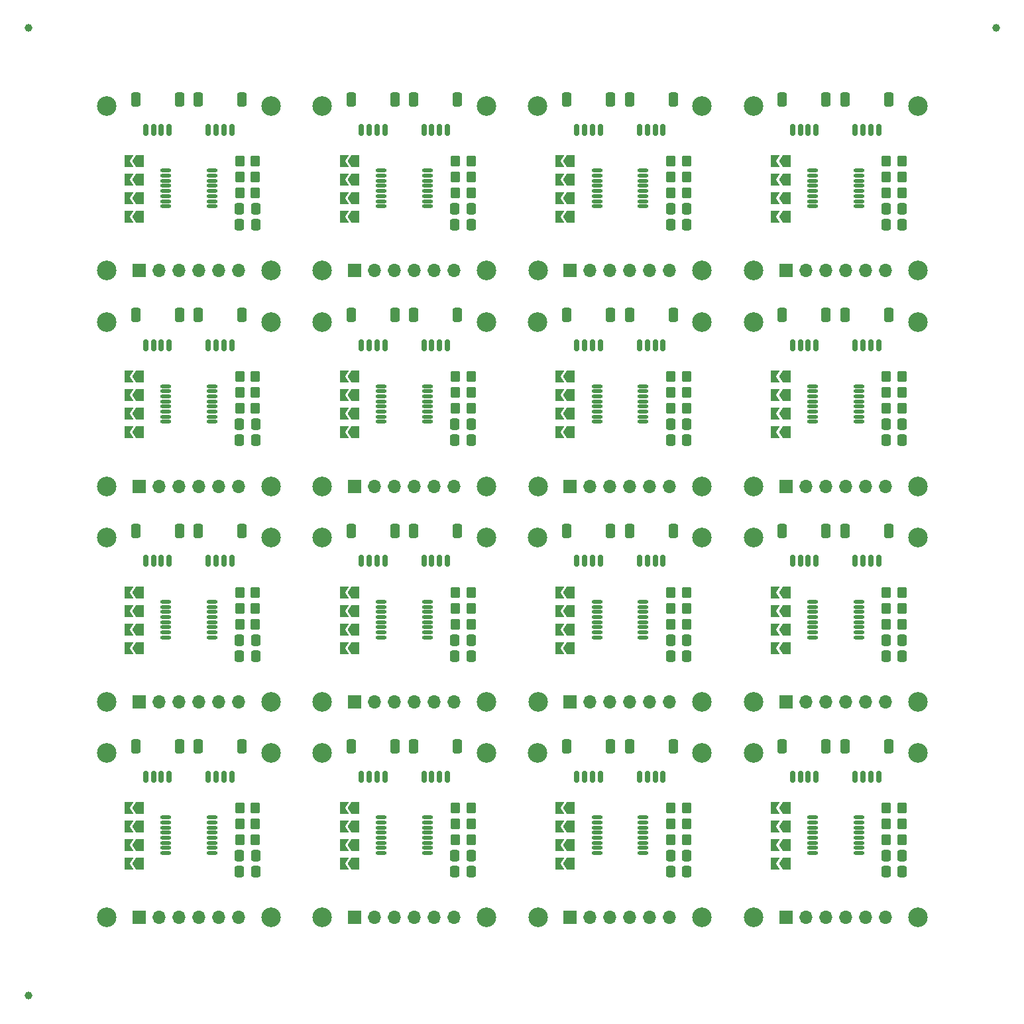
<source format=gbr>
%TF.GenerationSoftware,KiCad,Pcbnew,(6.0.7)*%
%TF.CreationDate,2022-10-24T21:44:15-05:00*%
%TF.ProjectId,Panelized,50616e65-6c69-47a6-9564-2e6b69636164,4*%
%TF.SameCoordinates,Original*%
%TF.FileFunction,Soldermask,Top*%
%TF.FilePolarity,Negative*%
%FSLAX46Y46*%
G04 Gerber Fmt 4.6, Leading zero omitted, Abs format (unit mm)*
G04 Created by KiCad (PCBNEW (6.0.7)) date 2022-10-24 21:44:15*
%MOMM*%
%LPD*%
G01*
G04 APERTURE LIST*
G04 Aperture macros list*
%AMRoundRect*
0 Rectangle with rounded corners*
0 $1 Rounding radius*
0 $2 $3 $4 $5 $6 $7 $8 $9 X,Y pos of 4 corners*
0 Add a 4 corners polygon primitive as box body*
4,1,4,$2,$3,$4,$5,$6,$7,$8,$9,$2,$3,0*
0 Add four circle primitives for the rounded corners*
1,1,$1+$1,$2,$3*
1,1,$1+$1,$4,$5*
1,1,$1+$1,$6,$7*
1,1,$1+$1,$8,$9*
0 Add four rect primitives between the rounded corners*
20,1,$1+$1,$2,$3,$4,$5,0*
20,1,$1+$1,$4,$5,$6,$7,0*
20,1,$1+$1,$6,$7,$8,$9,0*
20,1,$1+$1,$8,$9,$2,$3,0*%
%AMFreePoly0*
4,1,6,1.000000,0.000000,0.500000,-0.750000,-0.500000,-0.750000,-0.500000,0.750000,0.500000,0.750000,1.000000,0.000000,1.000000,0.000000,$1*%
%AMFreePoly1*
4,1,6,0.500000,-0.750000,-0.650000,-0.750000,-0.150000,0.000000,-0.650000,0.750000,0.500000,0.750000,0.500000,-0.750000,0.500000,-0.750000,$1*%
G04 Aperture macros list end*
%ADD10FreePoly0,180.000000*%
%ADD11FreePoly1,180.000000*%
%ADD12O,1.400000X0.449999*%
%ADD13RoundRect,0.250000X0.350000X0.450000X-0.350000X0.450000X-0.350000X-0.450000X0.350000X-0.450000X0*%
%ADD14C,2.500000*%
%ADD15RoundRect,0.250000X0.337500X0.475000X-0.337500X0.475000X-0.337500X-0.475000X0.337500X-0.475000X0*%
%ADD16RoundRect,0.150000X0.150000X0.625000X-0.150000X0.625000X-0.150000X-0.625000X0.150000X-0.625000X0*%
%ADD17RoundRect,0.250000X0.350000X0.650000X-0.350000X0.650000X-0.350000X-0.650000X0.350000X-0.650000X0*%
%ADD18R,1.700000X1.700000*%
%ADD19O,1.700000X1.700000*%
%ADD20RoundRect,0.250000X-0.337500X-0.475000X0.337500X-0.475000X0.337500X0.475000X-0.337500X0.475000X0*%
%ADD21C,1.000000*%
G04 APERTURE END LIST*
D10*
%TO.C,JP1*%
X29225000Y-32000000D03*
D11*
X27775000Y-32000000D03*
%TD*%
D12*
%TO.C,U1*%
X60090001Y-33225001D03*
X60090001Y-33875002D03*
X60090001Y-34525001D03*
X60090001Y-35175002D03*
X60090001Y-35825001D03*
X60090001Y-36475002D03*
X60090001Y-37125001D03*
X60090001Y-37775002D03*
X65990002Y-37775002D03*
X65990002Y-37125001D03*
X65990002Y-36475002D03*
X65990002Y-35825001D03*
X65990002Y-35175002D03*
X65990002Y-34525001D03*
X65990002Y-33875002D03*
X65990002Y-33225001D03*
%TD*%
D13*
%TO.C,R3*%
X126620000Y-59540000D03*
X124620000Y-59540000D03*
%TD*%
D10*
%TO.C,JP4*%
X84305000Y-94202855D03*
D11*
X82855000Y-94202855D03*
%TD*%
D14*
%TO.C,H1*%
X107620000Y-107620000D03*
%TD*%
D12*
%TO.C,U1*%
X60090001Y-60765001D03*
X60090001Y-61415002D03*
X60090001Y-62065001D03*
X60090001Y-62715002D03*
X60090001Y-63365001D03*
X60090001Y-64015002D03*
X60090001Y-64665001D03*
X60090001Y-65315002D03*
X65990002Y-65315002D03*
X65990002Y-64665001D03*
X65990002Y-64015002D03*
X65990002Y-63365001D03*
X65990002Y-62715002D03*
X65990002Y-62065001D03*
X65990002Y-61415002D03*
X65990002Y-60765001D03*
%TD*%
%TO.C,U1*%
X87630001Y-115845001D03*
X87630001Y-116495002D03*
X87630001Y-117145001D03*
X87630001Y-117795002D03*
X87630001Y-118445001D03*
X87630001Y-119095002D03*
X87630001Y-119745001D03*
X87630001Y-120395002D03*
X93530002Y-120395002D03*
X93530002Y-119745001D03*
X93530002Y-119095002D03*
X93530002Y-118445001D03*
X93530002Y-117795002D03*
X93530002Y-117145001D03*
X93530002Y-116495002D03*
X93530002Y-115845001D03*
%TD*%
D15*
%TO.C,C1*%
X126657500Y-38096000D03*
X124582500Y-38096000D03*
%TD*%
%TO.C,C1*%
X99117500Y-93176000D03*
X97042500Y-93176000D03*
%TD*%
D10*
%TO.C,JP1*%
X56765000Y-114620000D03*
D11*
X55315000Y-114620000D03*
%TD*%
D12*
%TO.C,U1*%
X87630001Y-88305001D03*
X87630001Y-88955002D03*
X87630001Y-89605001D03*
X87630001Y-90255002D03*
X87630001Y-90905001D03*
X87630001Y-91555002D03*
X87630001Y-92205001D03*
X87630001Y-92855002D03*
X93530002Y-92855002D03*
X93530002Y-92205001D03*
X93530002Y-91555002D03*
X93530002Y-90905001D03*
X93530002Y-90255002D03*
X93530002Y-89605001D03*
X93530002Y-88955002D03*
X93530002Y-88305001D03*
%TD*%
D14*
%TO.C,H4*%
X73540000Y-128620000D03*
%TD*%
D16*
%TO.C,J3*%
X96080000Y-55540000D03*
X95080000Y-55540000D03*
X94080000Y-55540000D03*
X93080000Y-55540000D03*
D17*
X91780000Y-51665000D03*
X97380000Y-51665000D03*
%TD*%
D13*
%TO.C,R2*%
X71540000Y-91144000D03*
X69540000Y-91144000D03*
%TD*%
D10*
%TO.C,JP1*%
X29225000Y-114620000D03*
D11*
X27775000Y-114620000D03*
%TD*%
D15*
%TO.C,C1*%
X71577500Y-38096000D03*
X69502500Y-38096000D03*
%TD*%
D13*
%TO.C,R3*%
X99080000Y-32000000D03*
X97080000Y-32000000D03*
%TD*%
D18*
%TO.C,J2*%
X111770000Y-128620000D03*
D19*
X114310000Y-128620000D03*
X116850000Y-128620000D03*
X119390000Y-128620000D03*
X121930000Y-128620000D03*
X124470000Y-128620000D03*
%TD*%
D14*
%TO.C,H4*%
X101080000Y-73540000D03*
%TD*%
D16*
%TO.C,J3*%
X68540000Y-83080000D03*
X67540000Y-83080000D03*
X66540000Y-83080000D03*
X65540000Y-83080000D03*
D17*
X69840000Y-79205000D03*
X64240000Y-79205000D03*
%TD*%
D14*
%TO.C,H1*%
X80080000Y-107620000D03*
%TD*%
%TO.C,H4*%
X73540000Y-101080000D03*
%TD*%
D12*
%TO.C,U1*%
X115170001Y-115845001D03*
X115170001Y-116495002D03*
X115170001Y-117145001D03*
X115170001Y-117795002D03*
X115170001Y-118445001D03*
X115170001Y-119095002D03*
X115170001Y-119745001D03*
X115170001Y-120395002D03*
X121070002Y-120395002D03*
X121070002Y-119745001D03*
X121070002Y-119095002D03*
X121070002Y-118445001D03*
X121070002Y-117795002D03*
X121070002Y-117145001D03*
X121070002Y-116495002D03*
X121070002Y-115845001D03*
%TD*%
D13*
%TO.C,R1*%
X99080000Y-116652000D03*
X97080000Y-116652000D03*
%TD*%
D14*
%TO.C,H1*%
X80080000Y-80080000D03*
%TD*%
D18*
%TO.C,J2*%
X29150000Y-46000000D03*
D19*
X31690000Y-46000000D03*
X34230000Y-46000000D03*
X36770000Y-46000000D03*
X39310000Y-46000000D03*
X41850000Y-46000000D03*
%TD*%
D15*
%TO.C,C1*%
X126657500Y-93176000D03*
X124582500Y-93176000D03*
%TD*%
D10*
%TO.C,JP4*%
X29225000Y-94202855D03*
D11*
X27775000Y-94202855D03*
%TD*%
D18*
%TO.C,J2*%
X29150000Y-101080000D03*
D19*
X31690000Y-101080000D03*
X34230000Y-101080000D03*
X36770000Y-101080000D03*
X39310000Y-101080000D03*
X41850000Y-101080000D03*
%TD*%
D18*
%TO.C,J2*%
X111770000Y-101080000D03*
D19*
X114310000Y-101080000D03*
X116850000Y-101080000D03*
X119390000Y-101080000D03*
X121930000Y-101080000D03*
X124470000Y-101080000D03*
%TD*%
D16*
%TO.C,J3*%
X96080000Y-83080000D03*
X95080000Y-83080000D03*
X94080000Y-83080000D03*
X93080000Y-83080000D03*
D17*
X97380000Y-79205000D03*
X91780000Y-79205000D03*
%TD*%
D14*
%TO.C,H3*%
X25020000Y-46000000D03*
%TD*%
D13*
%TO.C,R2*%
X126620000Y-118684000D03*
X124620000Y-118684000D03*
%TD*%
D10*
%TO.C,JP3*%
X56765000Y-36748570D03*
D11*
X55315000Y-36748570D03*
%TD*%
D10*
%TO.C,JP4*%
X84305000Y-121742855D03*
D11*
X82855000Y-121742855D03*
%TD*%
D14*
%TO.C,H1*%
X80080000Y-25000000D03*
%TD*%
%TO.C,H2*%
X73540000Y-25000000D03*
%TD*%
D13*
%TO.C,R1*%
X71540000Y-89112000D03*
X69540000Y-89112000D03*
%TD*%
D14*
%TO.C,H4*%
X46000000Y-46000000D03*
%TD*%
D10*
%TO.C,JP3*%
X84305000Y-64288570D03*
D11*
X82855000Y-64288570D03*
%TD*%
D20*
%TO.C,C2*%
X41962500Y-95208000D03*
X44037500Y-95208000D03*
%TD*%
D12*
%TO.C,U1*%
X87630001Y-33225001D03*
X87630001Y-33875002D03*
X87630001Y-34525001D03*
X87630001Y-35175002D03*
X87630001Y-35825001D03*
X87630001Y-36475002D03*
X87630001Y-37125001D03*
X87630001Y-37775002D03*
X93530002Y-37775002D03*
X93530002Y-37125001D03*
X93530002Y-36475002D03*
X93530002Y-35825001D03*
X93530002Y-35175002D03*
X93530002Y-34525001D03*
X93530002Y-33875002D03*
X93530002Y-33225001D03*
%TD*%
D14*
%TO.C,H4*%
X128620000Y-101080000D03*
%TD*%
D12*
%TO.C,U1*%
X32550001Y-33225001D03*
X32550001Y-33875002D03*
X32550001Y-34525001D03*
X32550001Y-35175002D03*
X32550001Y-35825001D03*
X32550001Y-36475002D03*
X32550001Y-37125001D03*
X32550001Y-37775002D03*
X38450002Y-37775002D03*
X38450002Y-37125001D03*
X38450002Y-36475002D03*
X38450002Y-35825001D03*
X38450002Y-35175002D03*
X38450002Y-34525001D03*
X38450002Y-33875002D03*
X38450002Y-33225001D03*
%TD*%
D10*
%TO.C,JP2*%
X56765000Y-116994285D03*
D11*
X55315000Y-116994285D03*
%TD*%
D15*
%TO.C,C1*%
X71577500Y-65636000D03*
X69502500Y-65636000D03*
%TD*%
D13*
%TO.C,R3*%
X44000000Y-32000000D03*
X42000000Y-32000000D03*
%TD*%
D10*
%TO.C,JP1*%
X29225000Y-59540000D03*
D11*
X27775000Y-59540000D03*
%TD*%
D13*
%TO.C,R2*%
X44000000Y-36064000D03*
X42000000Y-36064000D03*
%TD*%
D10*
%TO.C,JP4*%
X84305000Y-66662855D03*
D11*
X82855000Y-66662855D03*
%TD*%
D16*
%TO.C,J3*%
X68540000Y-55540000D03*
X67540000Y-55540000D03*
X66540000Y-55540000D03*
X65540000Y-55540000D03*
D17*
X64240000Y-51665000D03*
X69840000Y-51665000D03*
%TD*%
D12*
%TO.C,U1*%
X60090001Y-115845001D03*
X60090001Y-116495002D03*
X60090001Y-117145001D03*
X60090001Y-117795002D03*
X60090001Y-118445001D03*
X60090001Y-119095002D03*
X60090001Y-119745001D03*
X60090001Y-120395002D03*
X65990002Y-120395002D03*
X65990002Y-119745001D03*
X65990002Y-119095002D03*
X65990002Y-118445001D03*
X65990002Y-117795002D03*
X65990002Y-117145001D03*
X65990002Y-116495002D03*
X65990002Y-115845001D03*
%TD*%
D10*
%TO.C,JP4*%
X111845000Y-121742855D03*
D11*
X110395000Y-121742855D03*
%TD*%
D21*
%TO.C,REF\u002A\u002A*%
X15000000Y-138620000D03*
%TD*%
D10*
%TO.C,JP3*%
X56765000Y-64288570D03*
D11*
X55315000Y-64288570D03*
%TD*%
D14*
%TO.C,H1*%
X52540000Y-80080000D03*
%TD*%
D10*
%TO.C,JP2*%
X111845000Y-116994285D03*
D11*
X110395000Y-116994285D03*
%TD*%
D10*
%TO.C,JP4*%
X29225000Y-66662855D03*
D11*
X27775000Y-66662855D03*
%TD*%
D14*
%TO.C,H2*%
X101080000Y-52540000D03*
%TD*%
D10*
%TO.C,JP1*%
X111845000Y-114620000D03*
D11*
X110395000Y-114620000D03*
%TD*%
D16*
%TO.C,J1*%
X60540000Y-83080000D03*
X59540000Y-83080000D03*
X58540000Y-83080000D03*
X57540000Y-83080000D03*
D17*
X61840000Y-79205000D03*
X56240000Y-79205000D03*
%TD*%
D13*
%TO.C,R1*%
X99080000Y-89112000D03*
X97080000Y-89112000D03*
%TD*%
D18*
%TO.C,J2*%
X56690000Y-73540000D03*
D19*
X59230000Y-73540000D03*
X61770000Y-73540000D03*
X64310000Y-73540000D03*
X66850000Y-73540000D03*
X69390000Y-73540000D03*
%TD*%
D13*
%TO.C,R3*%
X44000000Y-114620000D03*
X42000000Y-114620000D03*
%TD*%
%TO.C,R1*%
X126620000Y-61572000D03*
X124620000Y-61572000D03*
%TD*%
D12*
%TO.C,U1*%
X87630001Y-60765001D03*
X87630001Y-61415002D03*
X87630001Y-62065001D03*
X87630001Y-62715002D03*
X87630001Y-63365001D03*
X87630001Y-64015002D03*
X87630001Y-64665001D03*
X87630001Y-65315002D03*
X93530002Y-65315002D03*
X93530002Y-64665001D03*
X93530002Y-64015002D03*
X93530002Y-63365001D03*
X93530002Y-62715002D03*
X93530002Y-62065001D03*
X93530002Y-61415002D03*
X93530002Y-60765001D03*
%TD*%
D16*
%TO.C,J1*%
X115620000Y-110620000D03*
X114620000Y-110620000D03*
X113620000Y-110620000D03*
X112620000Y-110620000D03*
D17*
X111320000Y-106745000D03*
X116920000Y-106745000D03*
%TD*%
D13*
%TO.C,R1*%
X126620000Y-34032000D03*
X124620000Y-34032000D03*
%TD*%
D14*
%TO.C,H3*%
X107640000Y-128620000D03*
%TD*%
D12*
%TO.C,U1*%
X115170001Y-60765001D03*
X115170001Y-61415002D03*
X115170001Y-62065001D03*
X115170001Y-62715002D03*
X115170001Y-63365001D03*
X115170001Y-64015002D03*
X115170001Y-64665001D03*
X115170001Y-65315002D03*
X121070002Y-65315002D03*
X121070002Y-64665001D03*
X121070002Y-64015002D03*
X121070002Y-63365001D03*
X121070002Y-62715002D03*
X121070002Y-62065001D03*
X121070002Y-61415002D03*
X121070002Y-60765001D03*
%TD*%
D14*
%TO.C,H3*%
X52560000Y-101080000D03*
%TD*%
%TO.C,H2*%
X128620000Y-107620000D03*
%TD*%
D18*
%TO.C,J2*%
X56690000Y-128620000D03*
D19*
X59230000Y-128620000D03*
X61770000Y-128620000D03*
X64310000Y-128620000D03*
X66850000Y-128620000D03*
X69390000Y-128620000D03*
%TD*%
D13*
%TO.C,R2*%
X99080000Y-36064000D03*
X97080000Y-36064000D03*
%TD*%
%TO.C,R2*%
X99080000Y-91144000D03*
X97080000Y-91144000D03*
%TD*%
D10*
%TO.C,JP4*%
X29225000Y-39122855D03*
D11*
X27775000Y-39122855D03*
%TD*%
D15*
%TO.C,C1*%
X126657500Y-65636000D03*
X124582500Y-65636000D03*
%TD*%
D10*
%TO.C,JP2*%
X29225000Y-89454285D03*
D11*
X27775000Y-89454285D03*
%TD*%
D18*
%TO.C,J2*%
X84230000Y-101080000D03*
D19*
X86770000Y-101080000D03*
X89310000Y-101080000D03*
X91850000Y-101080000D03*
X94390000Y-101080000D03*
X96930000Y-101080000D03*
%TD*%
D10*
%TO.C,JP4*%
X56765000Y-94202855D03*
D11*
X55315000Y-94202855D03*
%TD*%
D14*
%TO.C,H3*%
X80100000Y-128620000D03*
%TD*%
D10*
%TO.C,JP2*%
X29225000Y-61914285D03*
D11*
X27775000Y-61914285D03*
%TD*%
D13*
%TO.C,R2*%
X126620000Y-36064000D03*
X124620000Y-36064000D03*
%TD*%
D20*
%TO.C,C2*%
X124582500Y-67668000D03*
X126657500Y-67668000D03*
%TD*%
D13*
%TO.C,R3*%
X99080000Y-87080000D03*
X97080000Y-87080000D03*
%TD*%
D20*
%TO.C,C2*%
X124582500Y-95208000D03*
X126657500Y-95208000D03*
%TD*%
D13*
%TO.C,R2*%
X71540000Y-118684000D03*
X69540000Y-118684000D03*
%TD*%
%TO.C,R2*%
X44000000Y-91144000D03*
X42000000Y-91144000D03*
%TD*%
D15*
%TO.C,C1*%
X44037500Y-93176000D03*
X41962500Y-93176000D03*
%TD*%
D16*
%TO.C,J3*%
X41000000Y-110620000D03*
X40000000Y-110620000D03*
X39000000Y-110620000D03*
X38000000Y-110620000D03*
D17*
X42300000Y-106745000D03*
X36700000Y-106745000D03*
%TD*%
D15*
%TO.C,C1*%
X44037500Y-38096000D03*
X41962500Y-38096000D03*
%TD*%
D14*
%TO.C,H4*%
X101080000Y-46000000D03*
%TD*%
D16*
%TO.C,J3*%
X41000000Y-55540000D03*
X40000000Y-55540000D03*
X39000000Y-55540000D03*
X38000000Y-55540000D03*
D17*
X42300000Y-51665000D03*
X36700000Y-51665000D03*
%TD*%
D20*
%TO.C,C2*%
X97042500Y-122748000D03*
X99117500Y-122748000D03*
%TD*%
D10*
%TO.C,JP1*%
X56765000Y-32000000D03*
D11*
X55315000Y-32000000D03*
%TD*%
D15*
%TO.C,C1*%
X71577500Y-93176000D03*
X69502500Y-93176000D03*
%TD*%
D10*
%TO.C,JP3*%
X111845000Y-91828570D03*
D11*
X110395000Y-91828570D03*
%TD*%
D10*
%TO.C,JP1*%
X111845000Y-59540000D03*
D11*
X110395000Y-59540000D03*
%TD*%
D16*
%TO.C,J1*%
X88080000Y-110620000D03*
X87080000Y-110620000D03*
X86080000Y-110620000D03*
X85080000Y-110620000D03*
D17*
X83780000Y-106745000D03*
X89380000Y-106745000D03*
%TD*%
D13*
%TO.C,R1*%
X126620000Y-89112000D03*
X124620000Y-89112000D03*
%TD*%
D14*
%TO.C,H2*%
X46000000Y-52540000D03*
%TD*%
D18*
%TO.C,J2*%
X29150000Y-128620000D03*
D19*
X31690000Y-128620000D03*
X34230000Y-128620000D03*
X36770000Y-128620000D03*
X39310000Y-128620000D03*
X41850000Y-128620000D03*
%TD*%
D15*
%TO.C,C1*%
X126657500Y-120716000D03*
X124582500Y-120716000D03*
%TD*%
D14*
%TO.C,H2*%
X73540000Y-107620000D03*
%TD*%
D21*
%TO.C,REF\u002A\u002A*%
X15000000Y-15000000D03*
%TD*%
D20*
%TO.C,C2*%
X41962500Y-40128000D03*
X44037500Y-40128000D03*
%TD*%
D13*
%TO.C,R3*%
X99080000Y-114620000D03*
X97080000Y-114620000D03*
%TD*%
D10*
%TO.C,JP1*%
X84305000Y-32000000D03*
D11*
X82855000Y-32000000D03*
%TD*%
D10*
%TO.C,JP3*%
X111845000Y-64288570D03*
D11*
X110395000Y-64288570D03*
%TD*%
D16*
%TO.C,J1*%
X115620000Y-55540000D03*
X114620000Y-55540000D03*
X113620000Y-55540000D03*
X112620000Y-55540000D03*
D17*
X116920000Y-51665000D03*
X111320000Y-51665000D03*
%TD*%
D14*
%TO.C,H1*%
X107620000Y-52540000D03*
%TD*%
D10*
%TO.C,JP1*%
X84305000Y-59540000D03*
D11*
X82855000Y-59540000D03*
%TD*%
D13*
%TO.C,R2*%
X71540000Y-36064000D03*
X69540000Y-36064000D03*
%TD*%
D10*
%TO.C,JP3*%
X29225000Y-36748570D03*
D11*
X27775000Y-36748570D03*
%TD*%
D10*
%TO.C,JP3*%
X111845000Y-119368570D03*
D11*
X110395000Y-119368570D03*
%TD*%
D16*
%TO.C,J1*%
X115620000Y-28000000D03*
X114620000Y-28000000D03*
X113620000Y-28000000D03*
X112620000Y-28000000D03*
D17*
X111320000Y-24125000D03*
X116920000Y-24125000D03*
%TD*%
D16*
%TO.C,J1*%
X88080000Y-28000000D03*
X87080000Y-28000000D03*
X86080000Y-28000000D03*
X85080000Y-28000000D03*
D17*
X89380000Y-24125000D03*
X83780000Y-24125000D03*
%TD*%
D10*
%TO.C,JP3*%
X84305000Y-91828570D03*
D11*
X82855000Y-91828570D03*
%TD*%
D13*
%TO.C,R3*%
X126620000Y-32000000D03*
X124620000Y-32000000D03*
%TD*%
D14*
%TO.C,H4*%
X128620000Y-46000000D03*
%TD*%
D13*
%TO.C,R3*%
X71540000Y-59540000D03*
X69540000Y-59540000D03*
%TD*%
D14*
%TO.C,H2*%
X101080000Y-25000000D03*
%TD*%
D13*
%TO.C,R2*%
X44000000Y-118684000D03*
X42000000Y-118684000D03*
%TD*%
D16*
%TO.C,J3*%
X96080000Y-28000000D03*
X95080000Y-28000000D03*
X94080000Y-28000000D03*
X93080000Y-28000000D03*
D17*
X91780000Y-24125000D03*
X97380000Y-24125000D03*
%TD*%
D14*
%TO.C,H1*%
X52540000Y-52540000D03*
%TD*%
D12*
%TO.C,U1*%
X32550001Y-115845001D03*
X32550001Y-116495002D03*
X32550001Y-117145001D03*
X32550001Y-117795002D03*
X32550001Y-118445001D03*
X32550001Y-119095002D03*
X32550001Y-119745001D03*
X32550001Y-120395002D03*
X38450002Y-120395002D03*
X38450002Y-119745001D03*
X38450002Y-119095002D03*
X38450002Y-118445001D03*
X38450002Y-117795002D03*
X38450002Y-117145001D03*
X38450002Y-116495002D03*
X38450002Y-115845001D03*
%TD*%
D14*
%TO.C,H4*%
X46000000Y-73540000D03*
%TD*%
D10*
%TO.C,JP2*%
X111845000Y-89454285D03*
D11*
X110395000Y-89454285D03*
%TD*%
D18*
%TO.C,J2*%
X56690000Y-46000000D03*
D19*
X59230000Y-46000000D03*
X61770000Y-46000000D03*
X64310000Y-46000000D03*
X66850000Y-46000000D03*
X69390000Y-46000000D03*
%TD*%
D13*
%TO.C,R1*%
X44000000Y-89112000D03*
X42000000Y-89112000D03*
%TD*%
D16*
%TO.C,J1*%
X33000000Y-110620000D03*
X32000000Y-110620000D03*
X31000000Y-110620000D03*
X30000000Y-110620000D03*
D17*
X28700000Y-106745000D03*
X34300000Y-106745000D03*
%TD*%
D10*
%TO.C,JP2*%
X29225000Y-116994285D03*
D11*
X27775000Y-116994285D03*
%TD*%
D13*
%TO.C,R1*%
X71540000Y-34032000D03*
X69540000Y-34032000D03*
%TD*%
D14*
%TO.C,H3*%
X80100000Y-46000000D03*
%TD*%
D12*
%TO.C,U1*%
X60090001Y-88305001D03*
X60090001Y-88955002D03*
X60090001Y-89605001D03*
X60090001Y-90255002D03*
X60090001Y-90905001D03*
X60090001Y-91555002D03*
X60090001Y-92205001D03*
X60090001Y-92855002D03*
X65990002Y-92855002D03*
X65990002Y-92205001D03*
X65990002Y-91555002D03*
X65990002Y-90905001D03*
X65990002Y-90255002D03*
X65990002Y-89605001D03*
X65990002Y-88955002D03*
X65990002Y-88305001D03*
%TD*%
D15*
%TO.C,C1*%
X99117500Y-65636000D03*
X97042500Y-65636000D03*
%TD*%
D13*
%TO.C,R3*%
X44000000Y-59540000D03*
X42000000Y-59540000D03*
%TD*%
D20*
%TO.C,C2*%
X69502500Y-122748000D03*
X71577500Y-122748000D03*
%TD*%
D15*
%TO.C,C1*%
X99117500Y-120716000D03*
X97042500Y-120716000D03*
%TD*%
D16*
%TO.C,J3*%
X123620000Y-83080000D03*
X122620000Y-83080000D03*
X121620000Y-83080000D03*
X120620000Y-83080000D03*
D17*
X124920000Y-79205000D03*
X119320000Y-79205000D03*
%TD*%
D10*
%TO.C,JP1*%
X84305000Y-114620000D03*
D11*
X82855000Y-114620000D03*
%TD*%
D14*
%TO.C,H4*%
X46000000Y-128620000D03*
%TD*%
D13*
%TO.C,R1*%
X44000000Y-116652000D03*
X42000000Y-116652000D03*
%TD*%
D16*
%TO.C,J3*%
X68540000Y-28000000D03*
X67540000Y-28000000D03*
X66540000Y-28000000D03*
X65540000Y-28000000D03*
D17*
X64240000Y-24125000D03*
X69840000Y-24125000D03*
%TD*%
D20*
%TO.C,C2*%
X69502500Y-67668000D03*
X71577500Y-67668000D03*
%TD*%
D13*
%TO.C,R1*%
X99080000Y-61572000D03*
X97080000Y-61572000D03*
%TD*%
D18*
%TO.C,J2*%
X56690000Y-101080000D03*
D19*
X59230000Y-101080000D03*
X61770000Y-101080000D03*
X64310000Y-101080000D03*
X66850000Y-101080000D03*
X69390000Y-101080000D03*
%TD*%
D13*
%TO.C,R3*%
X126620000Y-87080000D03*
X124620000Y-87080000D03*
%TD*%
D14*
%TO.C,H4*%
X73540000Y-46000000D03*
%TD*%
D10*
%TO.C,JP2*%
X56765000Y-61914285D03*
D11*
X55315000Y-61914285D03*
%TD*%
D14*
%TO.C,H2*%
X46000000Y-25000000D03*
%TD*%
D13*
%TO.C,R2*%
X99080000Y-63604000D03*
X97080000Y-63604000D03*
%TD*%
D14*
%TO.C,H1*%
X25000000Y-25000000D03*
%TD*%
D10*
%TO.C,JP1*%
X56765000Y-59540000D03*
D11*
X55315000Y-59540000D03*
%TD*%
D16*
%TO.C,J3*%
X41000000Y-28000000D03*
X40000000Y-28000000D03*
X39000000Y-28000000D03*
X38000000Y-28000000D03*
D17*
X42300000Y-24125000D03*
X36700000Y-24125000D03*
%TD*%
D10*
%TO.C,JP4*%
X29225000Y-121742855D03*
D11*
X27775000Y-121742855D03*
%TD*%
D20*
%TO.C,C2*%
X124582500Y-40128000D03*
X126657500Y-40128000D03*
%TD*%
D16*
%TO.C,J3*%
X96080000Y-110620000D03*
X95080000Y-110620000D03*
X94080000Y-110620000D03*
X93080000Y-110620000D03*
D17*
X97380000Y-106745000D03*
X91780000Y-106745000D03*
%TD*%
D16*
%TO.C,J1*%
X88080000Y-55540000D03*
X87080000Y-55540000D03*
X86080000Y-55540000D03*
X85080000Y-55540000D03*
D17*
X89380000Y-51665000D03*
X83780000Y-51665000D03*
%TD*%
D10*
%TO.C,JP4*%
X56765000Y-39122855D03*
D11*
X55315000Y-39122855D03*
%TD*%
D14*
%TO.C,H4*%
X73540000Y-73540000D03*
%TD*%
%TO.C,H3*%
X25020000Y-73540000D03*
%TD*%
D13*
%TO.C,R2*%
X99080000Y-118684000D03*
X97080000Y-118684000D03*
%TD*%
D15*
%TO.C,C1*%
X71577500Y-120716000D03*
X69502500Y-120716000D03*
%TD*%
D16*
%TO.C,J1*%
X33000000Y-55540000D03*
X32000000Y-55540000D03*
X31000000Y-55540000D03*
X30000000Y-55540000D03*
D17*
X28700000Y-51665000D03*
X34300000Y-51665000D03*
%TD*%
D14*
%TO.C,H3*%
X52560000Y-73540000D03*
%TD*%
D15*
%TO.C,C1*%
X44037500Y-120716000D03*
X41962500Y-120716000D03*
%TD*%
D10*
%TO.C,JP4*%
X56765000Y-66662855D03*
D11*
X55315000Y-66662855D03*
%TD*%
D10*
%TO.C,JP3*%
X29225000Y-91828570D03*
D11*
X27775000Y-91828570D03*
%TD*%
D20*
%TO.C,C2*%
X97042500Y-67668000D03*
X99117500Y-67668000D03*
%TD*%
D14*
%TO.C,H1*%
X25000000Y-107620000D03*
%TD*%
%TO.C,H2*%
X101080000Y-80080000D03*
%TD*%
D16*
%TO.C,J1*%
X88080000Y-83080000D03*
X87080000Y-83080000D03*
X86080000Y-83080000D03*
X85080000Y-83080000D03*
D17*
X89380000Y-79205000D03*
X83780000Y-79205000D03*
%TD*%
D10*
%TO.C,JP1*%
X84305000Y-87080000D03*
D11*
X82855000Y-87080000D03*
%TD*%
D14*
%TO.C,H2*%
X46000000Y-107620000D03*
%TD*%
D10*
%TO.C,JP2*%
X84305000Y-61914285D03*
D11*
X82855000Y-61914285D03*
%TD*%
D18*
%TO.C,J2*%
X111770000Y-46000000D03*
D19*
X114310000Y-46000000D03*
X116850000Y-46000000D03*
X119390000Y-46000000D03*
X121930000Y-46000000D03*
X124470000Y-46000000D03*
%TD*%
D16*
%TO.C,J3*%
X123620000Y-110620000D03*
X122620000Y-110620000D03*
X121620000Y-110620000D03*
X120620000Y-110620000D03*
D17*
X124920000Y-106745000D03*
X119320000Y-106745000D03*
%TD*%
D14*
%TO.C,H1*%
X107620000Y-80080000D03*
%TD*%
D10*
%TO.C,JP1*%
X29225000Y-87080000D03*
D11*
X27775000Y-87080000D03*
%TD*%
D14*
%TO.C,H3*%
X52560000Y-128620000D03*
%TD*%
%TO.C,H4*%
X46000000Y-101080000D03*
%TD*%
D12*
%TO.C,U1*%
X32550001Y-88305001D03*
X32550001Y-88955002D03*
X32550001Y-89605001D03*
X32550001Y-90255002D03*
X32550001Y-90905001D03*
X32550001Y-91555002D03*
X32550001Y-92205001D03*
X32550001Y-92855002D03*
X38450002Y-92855002D03*
X38450002Y-92205001D03*
X38450002Y-91555002D03*
X38450002Y-90905001D03*
X38450002Y-90255002D03*
X38450002Y-89605001D03*
X38450002Y-88955002D03*
X38450002Y-88305001D03*
%TD*%
D16*
%TO.C,J3*%
X123620000Y-28000000D03*
X122620000Y-28000000D03*
X121620000Y-28000000D03*
X120620000Y-28000000D03*
D17*
X124920000Y-24125000D03*
X119320000Y-24125000D03*
%TD*%
D14*
%TO.C,H2*%
X46000000Y-80080000D03*
%TD*%
D20*
%TO.C,C2*%
X41962500Y-122748000D03*
X44037500Y-122748000D03*
%TD*%
D12*
%TO.C,U1*%
X32550001Y-60765001D03*
X32550001Y-61415002D03*
X32550001Y-62065001D03*
X32550001Y-62715002D03*
X32550001Y-63365001D03*
X32550001Y-64015002D03*
X32550001Y-64665001D03*
X32550001Y-65315002D03*
X38450002Y-65315002D03*
X38450002Y-64665001D03*
X38450002Y-64015002D03*
X38450002Y-63365001D03*
X38450002Y-62715002D03*
X38450002Y-62065001D03*
X38450002Y-61415002D03*
X38450002Y-60765001D03*
%TD*%
D16*
%TO.C,J1*%
X60540000Y-28000000D03*
X59540000Y-28000000D03*
X58540000Y-28000000D03*
X57540000Y-28000000D03*
D17*
X56240000Y-24125000D03*
X61840000Y-24125000D03*
%TD*%
D16*
%TO.C,J1*%
X33000000Y-28000000D03*
X32000000Y-28000000D03*
X31000000Y-28000000D03*
X30000000Y-28000000D03*
D17*
X34300000Y-24125000D03*
X28700000Y-24125000D03*
%TD*%
D14*
%TO.C,H2*%
X101080000Y-107620000D03*
%TD*%
D13*
%TO.C,R2*%
X126620000Y-91144000D03*
X124620000Y-91144000D03*
%TD*%
D10*
%TO.C,JP3*%
X56765000Y-119368570D03*
D11*
X55315000Y-119368570D03*
%TD*%
D16*
%TO.C,J1*%
X33000000Y-83080000D03*
X32000000Y-83080000D03*
X31000000Y-83080000D03*
X30000000Y-83080000D03*
D17*
X28700000Y-79205000D03*
X34300000Y-79205000D03*
%TD*%
D13*
%TO.C,R3*%
X44000000Y-87080000D03*
X42000000Y-87080000D03*
%TD*%
%TO.C,R3*%
X71540000Y-32000000D03*
X69540000Y-32000000D03*
%TD*%
D16*
%TO.C,J3*%
X123620000Y-55540000D03*
X122620000Y-55540000D03*
X121620000Y-55540000D03*
X120620000Y-55540000D03*
D17*
X119320000Y-51665000D03*
X124920000Y-51665000D03*
%TD*%
D13*
%TO.C,R1*%
X126620000Y-116652000D03*
X124620000Y-116652000D03*
%TD*%
%TO.C,R3*%
X71540000Y-87080000D03*
X69540000Y-87080000D03*
%TD*%
D20*
%TO.C,C2*%
X69502500Y-40128000D03*
X71577500Y-40128000D03*
%TD*%
D10*
%TO.C,JP2*%
X56765000Y-34374285D03*
D11*
X55315000Y-34374285D03*
%TD*%
D12*
%TO.C,U1*%
X115170001Y-33225001D03*
X115170001Y-33875002D03*
X115170001Y-34525001D03*
X115170001Y-35175002D03*
X115170001Y-35825001D03*
X115170001Y-36475002D03*
X115170001Y-37125001D03*
X115170001Y-37775002D03*
X121070002Y-37775002D03*
X121070002Y-37125001D03*
X121070002Y-36475002D03*
X121070002Y-35825001D03*
X121070002Y-35175002D03*
X121070002Y-34525001D03*
X121070002Y-33875002D03*
X121070002Y-33225001D03*
%TD*%
D10*
%TO.C,JP2*%
X84305000Y-89454285D03*
D11*
X82855000Y-89454285D03*
%TD*%
D13*
%TO.C,R3*%
X99080000Y-59540000D03*
X97080000Y-59540000D03*
%TD*%
D14*
%TO.C,H2*%
X128620000Y-25000000D03*
%TD*%
%TO.C,H3*%
X80100000Y-101080000D03*
%TD*%
D10*
%TO.C,JP2*%
X111845000Y-34374285D03*
D11*
X110395000Y-34374285D03*
%TD*%
D14*
%TO.C,H3*%
X107640000Y-101080000D03*
%TD*%
D16*
%TO.C,J1*%
X60540000Y-110620000D03*
X59540000Y-110620000D03*
X58540000Y-110620000D03*
X57540000Y-110620000D03*
D17*
X61840000Y-106745000D03*
X56240000Y-106745000D03*
%TD*%
D18*
%TO.C,J2*%
X84230000Y-73540000D03*
D19*
X86770000Y-73540000D03*
X89310000Y-73540000D03*
X91850000Y-73540000D03*
X94390000Y-73540000D03*
X96930000Y-73540000D03*
%TD*%
D10*
%TO.C,JP4*%
X111845000Y-66662855D03*
D11*
X110395000Y-66662855D03*
%TD*%
D18*
%TO.C,J2*%
X111770000Y-73540000D03*
D19*
X114310000Y-73540000D03*
X116850000Y-73540000D03*
X119390000Y-73540000D03*
X121930000Y-73540000D03*
X124470000Y-73540000D03*
%TD*%
D20*
%TO.C,C2*%
X97042500Y-95208000D03*
X99117500Y-95208000D03*
%TD*%
D10*
%TO.C,JP2*%
X111845000Y-61914285D03*
D11*
X110395000Y-61914285D03*
%TD*%
D18*
%TO.C,J2*%
X29150000Y-73540000D03*
D19*
X31690000Y-73540000D03*
X34230000Y-73540000D03*
X36770000Y-73540000D03*
X39310000Y-73540000D03*
X41850000Y-73540000D03*
%TD*%
D15*
%TO.C,C1*%
X99117500Y-38096000D03*
X97042500Y-38096000D03*
%TD*%
D10*
%TO.C,JP1*%
X111845000Y-87080000D03*
D11*
X110395000Y-87080000D03*
%TD*%
D10*
%TO.C,JP3*%
X29225000Y-119368570D03*
D11*
X27775000Y-119368570D03*
%TD*%
D14*
%TO.C,H1*%
X25000000Y-80080000D03*
%TD*%
D20*
%TO.C,C2*%
X69502500Y-95208000D03*
X71577500Y-95208000D03*
%TD*%
D14*
%TO.C,H3*%
X80100000Y-73540000D03*
%TD*%
D13*
%TO.C,R2*%
X44000000Y-63604000D03*
X42000000Y-63604000D03*
%TD*%
D21*
%TO.C,REF\u002A\u002A*%
X138620000Y-15000000D03*
%TD*%
D14*
%TO.C,H1*%
X52540000Y-25000000D03*
%TD*%
D13*
%TO.C,R1*%
X71540000Y-61572000D03*
X69540000Y-61572000D03*
%TD*%
D14*
%TO.C,H3*%
X25020000Y-101080000D03*
%TD*%
D13*
%TO.C,R1*%
X44000000Y-61572000D03*
X42000000Y-61572000D03*
%TD*%
D14*
%TO.C,H2*%
X73540000Y-52540000D03*
%TD*%
%TO.C,H4*%
X128620000Y-128620000D03*
%TD*%
D13*
%TO.C,R3*%
X126620000Y-114620000D03*
X124620000Y-114620000D03*
%TD*%
D10*
%TO.C,JP4*%
X111845000Y-94202855D03*
D11*
X110395000Y-94202855D03*
%TD*%
D13*
%TO.C,R2*%
X126620000Y-63604000D03*
X124620000Y-63604000D03*
%TD*%
D10*
%TO.C,JP3*%
X84305000Y-36748570D03*
D11*
X82855000Y-36748570D03*
%TD*%
D20*
%TO.C,C2*%
X97042500Y-40128000D03*
X99117500Y-40128000D03*
%TD*%
D14*
%TO.C,H3*%
X107640000Y-46000000D03*
%TD*%
D18*
%TO.C,J2*%
X84230000Y-46000000D03*
D19*
X86770000Y-46000000D03*
X89310000Y-46000000D03*
X91850000Y-46000000D03*
X94390000Y-46000000D03*
X96930000Y-46000000D03*
%TD*%
D14*
%TO.C,H2*%
X128620000Y-52540000D03*
%TD*%
%TO.C,H1*%
X25000000Y-52540000D03*
%TD*%
D16*
%TO.C,J3*%
X68540000Y-110620000D03*
X67540000Y-110620000D03*
X66540000Y-110620000D03*
X65540000Y-110620000D03*
D17*
X64240000Y-106745000D03*
X69840000Y-106745000D03*
%TD*%
D10*
%TO.C,JP1*%
X56765000Y-87080000D03*
D11*
X55315000Y-87080000D03*
%TD*%
D14*
%TO.C,H2*%
X73540000Y-80080000D03*
%TD*%
D20*
%TO.C,C2*%
X124582500Y-122748000D03*
X126657500Y-122748000D03*
%TD*%
D10*
%TO.C,JP2*%
X84305000Y-34374285D03*
D11*
X82855000Y-34374285D03*
%TD*%
D14*
%TO.C,H4*%
X101080000Y-101080000D03*
%TD*%
D16*
%TO.C,J1*%
X60540000Y-55540000D03*
X59540000Y-55540000D03*
X58540000Y-55540000D03*
X57540000Y-55540000D03*
D17*
X61840000Y-51665000D03*
X56240000Y-51665000D03*
%TD*%
D10*
%TO.C,JP2*%
X56765000Y-89454285D03*
D11*
X55315000Y-89454285D03*
%TD*%
D12*
%TO.C,U1*%
X115170001Y-88305001D03*
X115170001Y-88955002D03*
X115170001Y-89605001D03*
X115170001Y-90255002D03*
X115170001Y-90905001D03*
X115170001Y-91555002D03*
X115170001Y-92205001D03*
X115170001Y-92855002D03*
X121070002Y-92855002D03*
X121070002Y-92205001D03*
X121070002Y-91555002D03*
X121070002Y-90905001D03*
X121070002Y-90255002D03*
X121070002Y-89605001D03*
X121070002Y-88955002D03*
X121070002Y-88305001D03*
%TD*%
D10*
%TO.C,JP3*%
X56765000Y-91828570D03*
D11*
X55315000Y-91828570D03*
%TD*%
D14*
%TO.C,H1*%
X80080000Y-52540000D03*
%TD*%
D13*
%TO.C,R3*%
X71540000Y-114620000D03*
X69540000Y-114620000D03*
%TD*%
%TO.C,R1*%
X71540000Y-116652000D03*
X69540000Y-116652000D03*
%TD*%
%TO.C,R2*%
X71540000Y-63604000D03*
X69540000Y-63604000D03*
%TD*%
D16*
%TO.C,J3*%
X41000000Y-83080000D03*
X40000000Y-83080000D03*
X39000000Y-83080000D03*
X38000000Y-83080000D03*
D17*
X42300000Y-79205000D03*
X36700000Y-79205000D03*
%TD*%
D10*
%TO.C,JP4*%
X84305000Y-39122855D03*
D11*
X82855000Y-39122855D03*
%TD*%
D10*
%TO.C,JP4*%
X56765000Y-121742855D03*
D11*
X55315000Y-121742855D03*
%TD*%
D14*
%TO.C,H2*%
X128620000Y-80080000D03*
%TD*%
D13*
%TO.C,R1*%
X44000000Y-34032000D03*
X42000000Y-34032000D03*
%TD*%
D18*
%TO.C,J2*%
X84230000Y-128620000D03*
D19*
X86770000Y-128620000D03*
X89310000Y-128620000D03*
X91850000Y-128620000D03*
X94390000Y-128620000D03*
X96930000Y-128620000D03*
%TD*%
D14*
%TO.C,H1*%
X52540000Y-107620000D03*
%TD*%
%TO.C,H3*%
X25020000Y-128620000D03*
%TD*%
D10*
%TO.C,JP1*%
X111845000Y-32000000D03*
D11*
X110395000Y-32000000D03*
%TD*%
D10*
%TO.C,JP2*%
X84305000Y-116994285D03*
D11*
X82855000Y-116994285D03*
%TD*%
D15*
%TO.C,C1*%
X44037500Y-65636000D03*
X41962500Y-65636000D03*
%TD*%
D10*
%TO.C,JP2*%
X29225000Y-34374285D03*
D11*
X27775000Y-34374285D03*
%TD*%
D14*
%TO.C,H3*%
X52560000Y-46000000D03*
%TD*%
D10*
%TO.C,JP3*%
X84305000Y-119368570D03*
D11*
X82855000Y-119368570D03*
%TD*%
D10*
%TO.C,JP3*%
X111845000Y-36748570D03*
D11*
X110395000Y-36748570D03*
%TD*%
D20*
%TO.C,C2*%
X41962500Y-67668000D03*
X44037500Y-67668000D03*
%TD*%
D10*
%TO.C,JP3*%
X29225000Y-64288570D03*
D11*
X27775000Y-64288570D03*
%TD*%
D10*
%TO.C,JP4*%
X111845000Y-39122855D03*
D11*
X110395000Y-39122855D03*
%TD*%
D13*
%TO.C,R1*%
X99080000Y-34032000D03*
X97080000Y-34032000D03*
%TD*%
D14*
%TO.C,H3*%
X107640000Y-73540000D03*
%TD*%
%TO.C,H4*%
X128620000Y-73540000D03*
%TD*%
D16*
%TO.C,J1*%
X115620000Y-83080000D03*
X114620000Y-83080000D03*
X113620000Y-83080000D03*
X112620000Y-83080000D03*
D17*
X111320000Y-79205000D03*
X116920000Y-79205000D03*
%TD*%
D14*
%TO.C,H1*%
X107620000Y-25000000D03*
%TD*%
%TO.C,H4*%
X101080000Y-128620000D03*
%TD*%
M02*

</source>
